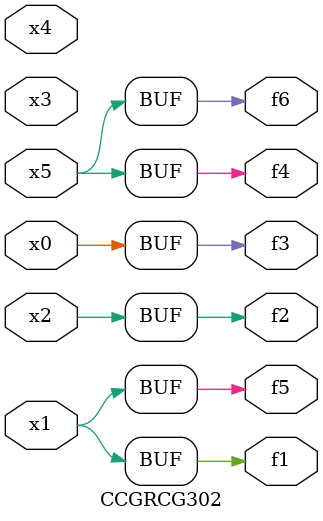
<source format=v>
module CCGRCG302(
	input x0, x1, x2, x3, x4, x5,
	output f1, f2, f3, f4, f5, f6
);
	assign f1 = x1;
	assign f2 = x2;
	assign f3 = x0;
	assign f4 = x5;
	assign f5 = x1;
	assign f6 = x5;
endmodule

</source>
